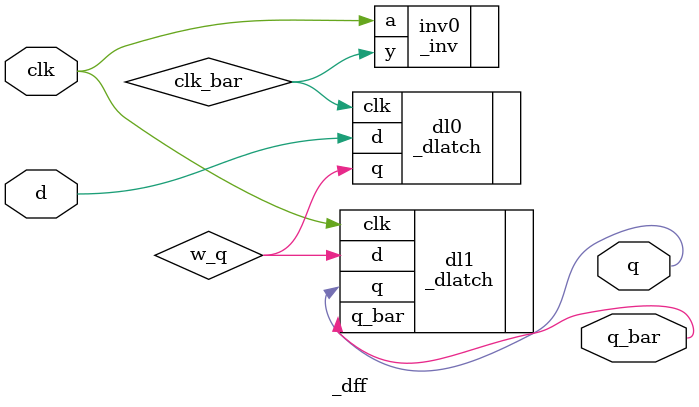
<source format=v>
module _dff(clk,d,q,q_bar);
  input clk,d;
  output q,q_bar;
  wire clk_bar, w_q;
  
  //instance
  _inv inv0(.a(clk), .y(clk_bar));
  _dlatch dl0(.clk(clk_bar), .d(d), .q(w_q));
  _dlatch dl1(.clk(clk), .d(w_q), .q(q), .q_bar(q_bar));
  
endmodule

</source>
